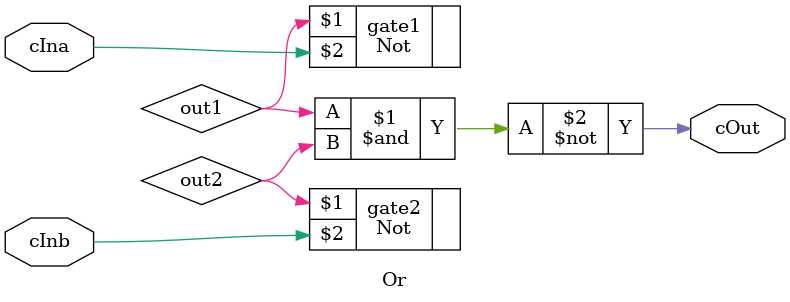
<source format=v>
module Or(cOut, cIna, cInb);
    output wire cOut;
    input  wire cIna;
    input  wire cInb;

    wire out1;
    wire out2;

    Not  gate1(out1, cIna);
    Not  gate2(out2, cInb);
    nand gate3(cOut, out1, out2);
endmodule
</source>
